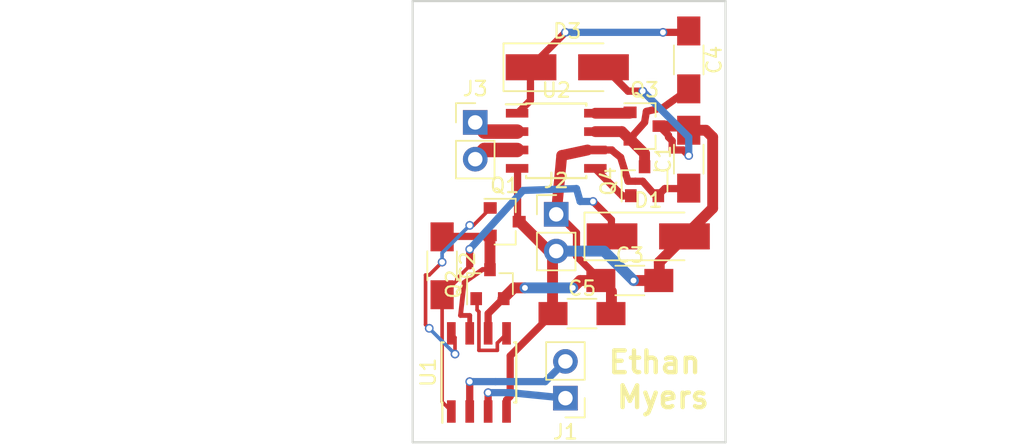
<source format=kicad_pcb>
(kicad_pcb (version 4) (host pcbnew 4.0.6)

  (general
    (links 34)
    (no_connects 0)
    (area 136.547857 96.444999 207.368143 127.357)
    (thickness 1.6)
    (drawings 5)
    (tracks 187)
    (zones 0)
    (modules 16)
    (nets 15)
  )

  (page A4)
  (layers
    (0 F.Cu signal)
    (31 B.Cu signal)
    (32 B.Adhes user)
    (33 F.Adhes user)
    (34 B.Paste user)
    (35 F.Paste user)
    (36 B.SilkS user)
    (37 F.SilkS user)
    (38 B.Mask user)
    (39 F.Mask user)
    (40 Dwgs.User user)
    (41 Cmts.User user)
    (42 Eco1.User user)
    (43 Eco2.User user)
    (44 Edge.Cuts user)
    (45 Margin user)
    (46 B.CrtYd user)
    (47 F.CrtYd user)
    (48 B.Fab user)
    (49 F.Fab user)
  )

  (setup
    (last_trace_width 0.25)
    (user_trace_width 0.3333)
    (user_trace_width 0.5)
    (user_trace_width 0.75)
    (user_trace_width 1)
    (trace_clearance 0.2)
    (zone_clearance 0.508)
    (zone_45_only no)
    (trace_min 0.2)
    (segment_width 0.2)
    (edge_width 0.15)
    (via_size 0.6)
    (via_drill 0.4)
    (via_min_size 0.4)
    (via_min_drill 0.3)
    (user_via 0.8 0.6)
    (user_via 1 0.8)
    (uvia_size 0.3)
    (uvia_drill 0.1)
    (uvias_allowed no)
    (uvia_min_size 0.2)
    (uvia_min_drill 0.1)
    (pcb_text_width 0.3)
    (pcb_text_size 1.5 1.5)
    (mod_edge_width 0.15)
    (mod_text_size 1 1)
    (mod_text_width 0.15)
    (pad_size 1.524 1.524)
    (pad_drill 0.762)
    (pad_to_mask_clearance 0.2)
    (aux_axis_origin 0 0)
    (visible_elements 7FFFFFFF)
    (pcbplotparams
      (layerselection 0x00030_80000001)
      (usegerberextensions false)
      (excludeedgelayer true)
      (linewidth 0.100000)
      (plotframeref false)
      (viasonmask false)
      (mode 1)
      (useauxorigin false)
      (hpglpennumber 1)
      (hpglpenspeed 20)
      (hpglpendiameter 15)
      (hpglpenoverlay 2)
      (psnegative false)
      (psa4output false)
      (plotreference true)
      (plotvalue true)
      (plotinvisibletext false)
      (padsonsilk false)
      (subtractmaskfromsilk false)
      (outputformat 1)
      (mirror false)
      (drillshape 1)
      (scaleselection 1)
      (outputdirectory ""))
  )

  (net 0 "")
  (net 1 "Net-(C1-Pad1)")
  (net 2 "Net-(C1-Pad2)")
  (net 3 "Net-(C2-Pad1)")
  (net 4 "Net-(C2-Pad2)")
  (net 5 "Net-(C4-Pad1)")
  (net 6 "Net-(C4-Pad2)")
  (net 7 "Net-(J1-Pad1)")
  (net 8 "Net-(J1-Pad2)")
  (net 9 "Net-(J3-Pad1)")
  (net 10 "Net-(J3-Pad2)")
  (net 11 "Net-(Q1-Pad1)")
  (net 12 "Net-(Q2-Pad1)")
  (net 13 "Net-(Q3-Pad1)")
  (net 14 "Net-(Q4-Pad1)")

  (net_class Default "This is the default net class."
    (clearance 0.2)
    (trace_width 0.25)
    (via_dia 0.6)
    (via_drill 0.4)
    (uvia_dia 0.3)
    (uvia_drill 0.1)
    (add_net "Net-(C1-Pad1)")
    (add_net "Net-(C1-Pad2)")
    (add_net "Net-(C2-Pad1)")
    (add_net "Net-(C2-Pad2)")
    (add_net "Net-(C4-Pad1)")
    (add_net "Net-(C4-Pad2)")
    (add_net "Net-(J1-Pad1)")
    (add_net "Net-(J1-Pad2)")
    (add_net "Net-(J3-Pad1)")
    (add_net "Net-(J3-Pad2)")
    (add_net "Net-(Q1-Pad1)")
    (add_net "Net-(Q2-Pad1)")
    (add_net "Net-(Q3-Pad1)")
    (add_net "Net-(Q4-Pad1)")
  )

  (module Capacitors_SMD:C_1206_HandSoldering (layer F.Cu) (tedit 58AA84D1) (tstamp 59556598)
    (at 184.15 107.442 90)
    (descr "Capacitor SMD 1206, hand soldering")
    (tags "capacitor 1206")
    (path /59545777)
    (attr smd)
    (fp_text reference C1 (at 0 -1.75 90) (layer F.SilkS)
      (effects (font (size 1 1) (thickness 0.15)))
    )
    (fp_text value C (at 0 2 90) (layer F.Fab)
      (effects (font (size 1 1) (thickness 0.15)))
    )
    (fp_text user %R (at 0 -1.75 90) (layer F.Fab)
      (effects (font (size 1 1) (thickness 0.15)))
    )
    (fp_line (start -1.6 0.8) (end -1.6 -0.8) (layer F.Fab) (width 0.1))
    (fp_line (start 1.6 0.8) (end -1.6 0.8) (layer F.Fab) (width 0.1))
    (fp_line (start 1.6 -0.8) (end 1.6 0.8) (layer F.Fab) (width 0.1))
    (fp_line (start -1.6 -0.8) (end 1.6 -0.8) (layer F.Fab) (width 0.1))
    (fp_line (start 1 -1.02) (end -1 -1.02) (layer F.SilkS) (width 0.12))
    (fp_line (start -1 1.02) (end 1 1.02) (layer F.SilkS) (width 0.12))
    (fp_line (start -3.25 -1.05) (end 3.25 -1.05) (layer F.CrtYd) (width 0.05))
    (fp_line (start -3.25 -1.05) (end -3.25 1.05) (layer F.CrtYd) (width 0.05))
    (fp_line (start 3.25 1.05) (end 3.25 -1.05) (layer F.CrtYd) (width 0.05))
    (fp_line (start 3.25 1.05) (end -3.25 1.05) (layer F.CrtYd) (width 0.05))
    (pad 1 smd rect (at -2 0 90) (size 2 1.6) (layers F.Cu F.Paste F.Mask)
      (net 1 "Net-(C1-Pad1)"))
    (pad 2 smd rect (at 2 0 90) (size 2 1.6) (layers F.Cu F.Paste F.Mask)
      (net 2 "Net-(C1-Pad2)"))
    (model Capacitors_SMD.3dshapes/C_1206.wrl
      (at (xyz 0 0 0))
      (scale (xyz 1 1 1))
      (rotate (xyz 0 0 0))
    )
  )

  (module Capacitors_SMD:C_1206_HandSoldering (layer F.Cu) (tedit 59557181) (tstamp 5955659E)
    (at 167.132 114.808 270)
    (descr "Capacitor SMD 1206, hand soldering")
    (tags "capacitor 1206")
    (path /59541CE4)
    (attr smd)
    (fp_text reference C2 (at 0 -1.75 270) (layer F.SilkS)
      (effects (font (size 1 1) (thickness 0.15)))
    )
    (fp_text value C (at -3.429 13.081 270) (layer F.Fab)
      (effects (font (size 1 1) (thickness 0.15)))
    )
    (fp_text user %R (at 0 -1.75 270) (layer F.Fab)
      (effects (font (size 1 1) (thickness 0.15)))
    )
    (fp_line (start -1.6 0.8) (end -1.6 -0.8) (layer F.Fab) (width 0.1))
    (fp_line (start 1.6 0.8) (end -1.6 0.8) (layer F.Fab) (width 0.1))
    (fp_line (start 1.6 -0.8) (end 1.6 0.8) (layer F.Fab) (width 0.1))
    (fp_line (start -1.6 -0.8) (end 1.6 -0.8) (layer F.Fab) (width 0.1))
    (fp_line (start 1 -1.02) (end -1 -1.02) (layer F.SilkS) (width 0.12))
    (fp_line (start -1 1.02) (end 1 1.02) (layer F.SilkS) (width 0.12))
    (fp_line (start -3.25 -1.05) (end 3.25 -1.05) (layer F.CrtYd) (width 0.05))
    (fp_line (start -3.25 -1.05) (end -3.25 1.05) (layer F.CrtYd) (width 0.05))
    (fp_line (start 3.25 1.05) (end 3.25 -1.05) (layer F.CrtYd) (width 0.05))
    (fp_line (start 3.25 1.05) (end -3.25 1.05) (layer F.CrtYd) (width 0.05))
    (pad 1 smd rect (at -2 0 270) (size 2 1.6) (layers F.Cu F.Paste F.Mask)
      (net 3 "Net-(C2-Pad1)"))
    (pad 2 smd rect (at 2 0 270) (size 2 1.6) (layers F.Cu F.Paste F.Mask)
      (net 4 "Net-(C2-Pad2)"))
    (model Capacitors_SMD.3dshapes/C_1206.wrl
      (at (xyz 0 0 0))
      (scale (xyz 1 1 1))
      (rotate (xyz 0 0 0))
    )
  )

  (module Capacitors_SMD:C_1206_HandSoldering (layer F.Cu) (tedit 58AA84D1) (tstamp 595565A4)
    (at 180.086 115.824)
    (descr "Capacitor SMD 1206, hand soldering")
    (tags "capacitor 1206")
    (path /59541CAD)
    (attr smd)
    (fp_text reference C3 (at 0 -1.75) (layer F.SilkS)
      (effects (font (size 1 1) (thickness 0.15)))
    )
    (fp_text value C (at 0 2) (layer F.Fab)
      (effects (font (size 1 1) (thickness 0.15)))
    )
    (fp_text user %R (at 0 -1.75) (layer F.Fab)
      (effects (font (size 1 1) (thickness 0.15)))
    )
    (fp_line (start -1.6 0.8) (end -1.6 -0.8) (layer F.Fab) (width 0.1))
    (fp_line (start 1.6 0.8) (end -1.6 0.8) (layer F.Fab) (width 0.1))
    (fp_line (start 1.6 -0.8) (end 1.6 0.8) (layer F.Fab) (width 0.1))
    (fp_line (start -1.6 -0.8) (end 1.6 -0.8) (layer F.Fab) (width 0.1))
    (fp_line (start 1 -1.02) (end -1 -1.02) (layer F.SilkS) (width 0.12))
    (fp_line (start -1 1.02) (end 1 1.02) (layer F.SilkS) (width 0.12))
    (fp_line (start -3.25 -1.05) (end 3.25 -1.05) (layer F.CrtYd) (width 0.05))
    (fp_line (start -3.25 -1.05) (end -3.25 1.05) (layer F.CrtYd) (width 0.05))
    (fp_line (start 3.25 1.05) (end 3.25 -1.05) (layer F.CrtYd) (width 0.05))
    (fp_line (start 3.25 1.05) (end -3.25 1.05) (layer F.CrtYd) (width 0.05))
    (pad 1 smd rect (at -2 0) (size 2 1.6) (layers F.Cu F.Paste F.Mask)
      (net 1 "Net-(C1-Pad1)"))
    (pad 2 smd rect (at 2 0) (size 2 1.6) (layers F.Cu F.Paste F.Mask)
      (net 2 "Net-(C1-Pad2)"))
    (model Capacitors_SMD.3dshapes/C_1206.wrl
      (at (xyz 0 0 0))
      (scale (xyz 1 1 1))
      (rotate (xyz 0 0 0))
    )
  )

  (module Capacitors_SMD:C_1206_HandSoldering (layer F.Cu) (tedit 58AA84D1) (tstamp 595565AA)
    (at 184.15 100.584 270)
    (descr "Capacitor SMD 1206, hand soldering")
    (tags "capacitor 1206")
    (path /5954B9EE)
    (attr smd)
    (fp_text reference C4 (at 0 -1.75 270) (layer F.SilkS)
      (effects (font (size 1 1) (thickness 0.15)))
    )
    (fp_text value C (at 0 2 270) (layer F.Fab)
      (effects (font (size 1 1) (thickness 0.15)))
    )
    (fp_text user %R (at 0 -1.75 270) (layer F.Fab)
      (effects (font (size 1 1) (thickness 0.15)))
    )
    (fp_line (start -1.6 0.8) (end -1.6 -0.8) (layer F.Fab) (width 0.1))
    (fp_line (start 1.6 0.8) (end -1.6 0.8) (layer F.Fab) (width 0.1))
    (fp_line (start 1.6 -0.8) (end 1.6 0.8) (layer F.Fab) (width 0.1))
    (fp_line (start -1.6 -0.8) (end 1.6 -0.8) (layer F.Fab) (width 0.1))
    (fp_line (start 1 -1.02) (end -1 -1.02) (layer F.SilkS) (width 0.12))
    (fp_line (start -1 1.02) (end 1 1.02) (layer F.SilkS) (width 0.12))
    (fp_line (start -3.25 -1.05) (end 3.25 -1.05) (layer F.CrtYd) (width 0.05))
    (fp_line (start -3.25 -1.05) (end -3.25 1.05) (layer F.CrtYd) (width 0.05))
    (fp_line (start 3.25 1.05) (end 3.25 -1.05) (layer F.CrtYd) (width 0.05))
    (fp_line (start 3.25 1.05) (end -3.25 1.05) (layer F.CrtYd) (width 0.05))
    (pad 1 smd rect (at -2 0 270) (size 2 1.6) (layers F.Cu F.Paste F.Mask)
      (net 5 "Net-(C4-Pad1)"))
    (pad 2 smd rect (at 2 0 270) (size 2 1.6) (layers F.Cu F.Paste F.Mask)
      (net 6 "Net-(C4-Pad2)"))
    (model Capacitors_SMD.3dshapes/C_1206.wrl
      (at (xyz 0 0 0))
      (scale (xyz 1 1 1))
      (rotate (xyz 0 0 0))
    )
  )

  (module Capacitors_SMD:C_1206_HandSoldering (layer F.Cu) (tedit 58AA84D1) (tstamp 595565B0)
    (at 176.784 118.11)
    (descr "Capacitor SMD 1206, hand soldering")
    (tags "capacitor 1206")
    (path /5954CF24)
    (attr smd)
    (fp_text reference C5 (at 0 -1.75) (layer F.SilkS)
      (effects (font (size 1 1) (thickness 0.15)))
    )
    (fp_text value C (at 0 2) (layer F.Fab)
      (effects (font (size 1 1) (thickness 0.15)))
    )
    (fp_text user %R (at 0 -1.75) (layer F.Fab)
      (effects (font (size 1 1) (thickness 0.15)))
    )
    (fp_line (start -1.6 0.8) (end -1.6 -0.8) (layer F.Fab) (width 0.1))
    (fp_line (start 1.6 0.8) (end -1.6 0.8) (layer F.Fab) (width 0.1))
    (fp_line (start 1.6 -0.8) (end 1.6 0.8) (layer F.Fab) (width 0.1))
    (fp_line (start -1.6 -0.8) (end 1.6 -0.8) (layer F.Fab) (width 0.1))
    (fp_line (start 1 -1.02) (end -1 -1.02) (layer F.SilkS) (width 0.12))
    (fp_line (start -1 1.02) (end 1 1.02) (layer F.SilkS) (width 0.12))
    (fp_line (start -3.25 -1.05) (end 3.25 -1.05) (layer F.CrtYd) (width 0.05))
    (fp_line (start -3.25 -1.05) (end -3.25 1.05) (layer F.CrtYd) (width 0.05))
    (fp_line (start 3.25 1.05) (end 3.25 -1.05) (layer F.CrtYd) (width 0.05))
    (fp_line (start 3.25 1.05) (end -3.25 1.05) (layer F.CrtYd) (width 0.05))
    (pad 1 smd rect (at -2 0) (size 2 1.6) (layers F.Cu F.Paste F.Mask)
      (net 2 "Net-(C1-Pad2)"))
    (pad 2 smd rect (at 2 0) (size 2 1.6) (layers F.Cu F.Paste F.Mask)
      (net 1 "Net-(C1-Pad1)"))
    (model Capacitors_SMD.3dshapes/C_1206.wrl
      (at (xyz 0 0 0))
      (scale (xyz 1 1 1))
      (rotate (xyz 0 0 0))
    )
  )

  (module Diodes_SMD:D_SMA_Handsoldering (layer F.Cu) (tedit 59556C42) (tstamp 595565B6)
    (at 181.356 112.776)
    (descr "Diode SMA (DO-214AC) Handsoldering")
    (tags "Diode SMA (DO-214AC) Handsoldering")
    (path /59542A38)
    (attr smd)
    (fp_text reference D1 (at 0 -2.5) (layer F.SilkS)
      (effects (font (size 1 1) (thickness 0.15)))
    )
    (fp_text value D_Schottky (at 7.874 2.794) (layer F.Fab)
      (effects (font (size 1 1) (thickness 0.15)))
    )
    (fp_text user %R (at 0 -2.5) (layer F.Fab)
      (effects (font (size 1 1) (thickness 0.15)))
    )
    (fp_line (start -4.4 -1.65) (end -4.4 1.65) (layer F.SilkS) (width 0.12))
    (fp_line (start 2.3 1.5) (end -2.3 1.5) (layer F.Fab) (width 0.1))
    (fp_line (start -2.3 1.5) (end -2.3 -1.5) (layer F.Fab) (width 0.1))
    (fp_line (start 2.3 -1.5) (end 2.3 1.5) (layer F.Fab) (width 0.1))
    (fp_line (start 2.3 -1.5) (end -2.3 -1.5) (layer F.Fab) (width 0.1))
    (fp_line (start -4.5 -1.75) (end 4.5 -1.75) (layer F.CrtYd) (width 0.05))
    (fp_line (start 4.5 -1.75) (end 4.5 1.75) (layer F.CrtYd) (width 0.05))
    (fp_line (start 4.5 1.75) (end -4.5 1.75) (layer F.CrtYd) (width 0.05))
    (fp_line (start -4.5 1.75) (end -4.5 -1.75) (layer F.CrtYd) (width 0.05))
    (fp_line (start -0.64944 0.00102) (end -1.55114 0.00102) (layer F.Fab) (width 0.1))
    (fp_line (start 0.50118 0.00102) (end 1.4994 0.00102) (layer F.Fab) (width 0.1))
    (fp_line (start -0.64944 -0.79908) (end -0.64944 0.80112) (layer F.Fab) (width 0.1))
    (fp_line (start 0.50118 0.75032) (end 0.50118 -0.79908) (layer F.Fab) (width 0.1))
    (fp_line (start -0.64944 0.00102) (end 0.50118 0.75032) (layer F.Fab) (width 0.1))
    (fp_line (start -0.64944 0.00102) (end 0.50118 -0.79908) (layer F.Fab) (width 0.1))
    (fp_line (start -4.4 1.65) (end 2.5 1.65) (layer F.SilkS) (width 0.12))
    (fp_line (start -4.4 -1.65) (end 2.5 -1.65) (layer F.SilkS) (width 0.12))
    (pad 1 smd rect (at -2.5 0) (size 3.5 1.8) (layers F.Cu F.Paste F.Mask)
      (net 4 "Net-(C2-Pad2)"))
    (pad 2 smd rect (at 2.5 0) (size 3.5 1.8) (layers F.Cu F.Paste F.Mask)
      (net 2 "Net-(C1-Pad2)"))
    (model ${KISYS3DMOD}/Diodes_SMD.3dshapes/D_SMA.wrl
      (at (xyz 0 0 0))
      (scale (xyz 1 1 1))
      (rotate (xyz 0 0 0))
    )
  )

  (module Diodes_SMD:D_SMA_Handsoldering (layer F.Cu) (tedit 59557176) (tstamp 595565BC)
    (at 175.768 101.092)
    (descr "Diode SMA (DO-214AC) Handsoldering")
    (tags "Diode SMA (DO-214AC) Handsoldering")
    (path /5954B654)
    (attr smd)
    (fp_text reference D3 (at 0 -2.5) (layer F.SilkS)
      (effects (font (size 1 1) (thickness 0.15)))
    )
    (fp_text value D_Schottky (at 24.384 0.381) (layer F.Fab)
      (effects (font (size 1 1) (thickness 0.15)))
    )
    (fp_text user %R (at 0 -2.5) (layer F.Fab)
      (effects (font (size 1 1) (thickness 0.15)))
    )
    (fp_line (start -4.4 -1.65) (end -4.4 1.65) (layer F.SilkS) (width 0.12))
    (fp_line (start 2.3 1.5) (end -2.3 1.5) (layer F.Fab) (width 0.1))
    (fp_line (start -2.3 1.5) (end -2.3 -1.5) (layer F.Fab) (width 0.1))
    (fp_line (start 2.3 -1.5) (end 2.3 1.5) (layer F.Fab) (width 0.1))
    (fp_line (start 2.3 -1.5) (end -2.3 -1.5) (layer F.Fab) (width 0.1))
    (fp_line (start -4.5 -1.75) (end 4.5 -1.75) (layer F.CrtYd) (width 0.05))
    (fp_line (start 4.5 -1.75) (end 4.5 1.75) (layer F.CrtYd) (width 0.05))
    (fp_line (start 4.5 1.75) (end -4.5 1.75) (layer F.CrtYd) (width 0.05))
    (fp_line (start -4.5 1.75) (end -4.5 -1.75) (layer F.CrtYd) (width 0.05))
    (fp_line (start -0.64944 0.00102) (end -1.55114 0.00102) (layer F.Fab) (width 0.1))
    (fp_line (start 0.50118 0.00102) (end 1.4994 0.00102) (layer F.Fab) (width 0.1))
    (fp_line (start -0.64944 -0.79908) (end -0.64944 0.80112) (layer F.Fab) (width 0.1))
    (fp_line (start 0.50118 0.75032) (end 0.50118 -0.79908) (layer F.Fab) (width 0.1))
    (fp_line (start -0.64944 0.00102) (end 0.50118 0.75032) (layer F.Fab) (width 0.1))
    (fp_line (start -0.64944 0.00102) (end 0.50118 -0.79908) (layer F.Fab) (width 0.1))
    (fp_line (start -4.4 1.65) (end 2.5 1.65) (layer F.SilkS) (width 0.12))
    (fp_line (start -4.4 -1.65) (end 2.5 -1.65) (layer F.SilkS) (width 0.12))
    (pad 1 smd rect (at -2.5 0) (size 3.5 1.8) (layers F.Cu F.Paste F.Mask)
      (net 5 "Net-(C4-Pad1)"))
    (pad 2 smd rect (at 2.5 0) (size 3.5 1.8) (layers F.Cu F.Paste F.Mask)
      (net 2 "Net-(C1-Pad2)"))
    (model ${KISYS3DMOD}/Diodes_SMD.3dshapes/D_SMA.wrl
      (at (xyz 0 0 0))
      (scale (xyz 1 1 1))
      (rotate (xyz 0 0 0))
    )
  )

  (module Pin_Headers:Pin_Header_Straight_1x02_Pitch2.54mm (layer F.Cu) (tedit 59556AE4) (tstamp 595565C2)
    (at 175.641 123.952 180)
    (descr "Through hole straight pin header, 1x02, 2.54mm pitch, single row")
    (tags "Through hole pin header THT 1x02 2.54mm single row")
    (path /5954317B)
    (fp_text reference J1 (at 0 -2.33 180) (layer F.SilkS)
      (effects (font (size 1 1) (thickness 0.15)))
    )
    (fp_text value CONN_01X02 (at 22.352 5.207 180) (layer F.Fab)
      (effects (font (size 1 1) (thickness 0.15)))
    )
    (fp_line (start -1.27 -1.27) (end -1.27 3.81) (layer F.Fab) (width 0.1))
    (fp_line (start -1.27 3.81) (end 1.27 3.81) (layer F.Fab) (width 0.1))
    (fp_line (start 1.27 3.81) (end 1.27 -1.27) (layer F.Fab) (width 0.1))
    (fp_line (start 1.27 -1.27) (end -1.27 -1.27) (layer F.Fab) (width 0.1))
    (fp_line (start -1.33 1.27) (end -1.33 3.87) (layer F.SilkS) (width 0.12))
    (fp_line (start -1.33 3.87) (end 1.33 3.87) (layer F.SilkS) (width 0.12))
    (fp_line (start 1.33 3.87) (end 1.33 1.27) (layer F.SilkS) (width 0.12))
    (fp_line (start 1.33 1.27) (end -1.33 1.27) (layer F.SilkS) (width 0.12))
    (fp_line (start -1.33 0) (end -1.33 -1.33) (layer F.SilkS) (width 0.12))
    (fp_line (start -1.33 -1.33) (end 0 -1.33) (layer F.SilkS) (width 0.12))
    (fp_line (start -1.8 -1.8) (end -1.8 4.35) (layer F.CrtYd) (width 0.05))
    (fp_line (start -1.8 4.35) (end 1.8 4.35) (layer F.CrtYd) (width 0.05))
    (fp_line (start 1.8 4.35) (end 1.8 -1.8) (layer F.CrtYd) (width 0.05))
    (fp_line (start 1.8 -1.8) (end -1.8 -1.8) (layer F.CrtYd) (width 0.05))
    (fp_text user %R (at 0 -2.33 180) (layer F.Fab)
      (effects (font (size 1 1) (thickness 0.15)))
    )
    (pad 1 thru_hole rect (at 0 0 180) (size 1.7 1.7) (drill 1) (layers *.Cu *.Mask)
      (net 7 "Net-(J1-Pad1)"))
    (pad 2 thru_hole oval (at 0 2.54 180) (size 1.7 1.7) (drill 1) (layers *.Cu *.Mask)
      (net 8 "Net-(J1-Pad2)"))
    (model ${KISYS3DMOD}/Pin_Headers.3dshapes/Pin_Header_Straight_1x02_Pitch2.54mm.wrl
      (at (xyz 0 -0.05 0))
      (scale (xyz 1 1 1))
      (rotate (xyz 0 0 90))
    )
  )

  (module Pin_Headers:Pin_Header_Straight_1x02_Pitch2.54mm (layer F.Cu) (tedit 59556AD4) (tstamp 595565C8)
    (at 175.006 111.252)
    (descr "Through hole straight pin header, 1x02, 2.54mm pitch, single row")
    (tags "Through hole pin header THT 1x02 2.54mm single row")
    (path /59541F54)
    (fp_text reference J2 (at 0 -2.33) (layer F.SilkS)
      (effects (font (size 1 1) (thickness 0.15)))
    )
    (fp_text value Screw_Terminal_1x02 (at -21.717 5.588) (layer F.Fab)
      (effects (font (size 1 1) (thickness 0.15)))
    )
    (fp_line (start -1.27 -1.27) (end -1.27 3.81) (layer F.Fab) (width 0.1))
    (fp_line (start -1.27 3.81) (end 1.27 3.81) (layer F.Fab) (width 0.1))
    (fp_line (start 1.27 3.81) (end 1.27 -1.27) (layer F.Fab) (width 0.1))
    (fp_line (start 1.27 -1.27) (end -1.27 -1.27) (layer F.Fab) (width 0.1))
    (fp_line (start -1.33 1.27) (end -1.33 3.87) (layer F.SilkS) (width 0.12))
    (fp_line (start -1.33 3.87) (end 1.33 3.87) (layer F.SilkS) (width 0.12))
    (fp_line (start 1.33 3.87) (end 1.33 1.27) (layer F.SilkS) (width 0.12))
    (fp_line (start 1.33 1.27) (end -1.33 1.27) (layer F.SilkS) (width 0.12))
    (fp_line (start -1.33 0) (end -1.33 -1.33) (layer F.SilkS) (width 0.12))
    (fp_line (start -1.33 -1.33) (end 0 -1.33) (layer F.SilkS) (width 0.12))
    (fp_line (start -1.8 -1.8) (end -1.8 4.35) (layer F.CrtYd) (width 0.05))
    (fp_line (start -1.8 4.35) (end 1.8 4.35) (layer F.CrtYd) (width 0.05))
    (fp_line (start 1.8 4.35) (end 1.8 -1.8) (layer F.CrtYd) (width 0.05))
    (fp_line (start 1.8 -1.8) (end -1.8 -1.8) (layer F.CrtYd) (width 0.05))
    (fp_text user %R (at 0 -2.33) (layer F.Fab)
      (effects (font (size 1 1) (thickness 0.15)))
    )
    (pad 1 thru_hole rect (at 0 0) (size 1.7 1.7) (drill 1) (layers *.Cu *.Mask)
      (net 1 "Net-(C1-Pad1)"))
    (pad 2 thru_hole oval (at 0 2.54) (size 1.7 1.7) (drill 1) (layers *.Cu *.Mask)
      (net 2 "Net-(C1-Pad2)"))
    (model ${KISYS3DMOD}/Pin_Headers.3dshapes/Pin_Header_Straight_1x02_Pitch2.54mm.wrl
      (at (xyz 0 -0.05 0))
      (scale (xyz 1 1 1))
      (rotate (xyz 0 0 90))
    )
  )

  (module Pin_Headers:Pin_Header_Straight_1x02_Pitch2.54mm (layer F.Cu) (tedit 59556AFD) (tstamp 595565CE)
    (at 169.418 104.902)
    (descr "Through hole straight pin header, 1x02, 2.54mm pitch, single row")
    (tags "Through hole pin header THT 1x02 2.54mm single row")
    (path /5954C2D3)
    (fp_text reference J3 (at 0 -2.33) (layer F.SilkS)
      (effects (font (size 1 1) (thickness 0.15)))
    )
    (fp_text value CONN_01X02 (at -9.017 6.35) (layer F.Fab)
      (effects (font (size 1 1) (thickness 0.15)))
    )
    (fp_line (start -1.27 -1.27) (end -1.27 3.81) (layer F.Fab) (width 0.1))
    (fp_line (start -1.27 3.81) (end 1.27 3.81) (layer F.Fab) (width 0.1))
    (fp_line (start 1.27 3.81) (end 1.27 -1.27) (layer F.Fab) (width 0.1))
    (fp_line (start 1.27 -1.27) (end -1.27 -1.27) (layer F.Fab) (width 0.1))
    (fp_line (start -1.33 1.27) (end -1.33 3.87) (layer F.SilkS) (width 0.12))
    (fp_line (start -1.33 3.87) (end 1.33 3.87) (layer F.SilkS) (width 0.12))
    (fp_line (start 1.33 3.87) (end 1.33 1.27) (layer F.SilkS) (width 0.12))
    (fp_line (start 1.33 1.27) (end -1.33 1.27) (layer F.SilkS) (width 0.12))
    (fp_line (start -1.33 0) (end -1.33 -1.33) (layer F.SilkS) (width 0.12))
    (fp_line (start -1.33 -1.33) (end 0 -1.33) (layer F.SilkS) (width 0.12))
    (fp_line (start -1.8 -1.8) (end -1.8 4.35) (layer F.CrtYd) (width 0.05))
    (fp_line (start -1.8 4.35) (end 1.8 4.35) (layer F.CrtYd) (width 0.05))
    (fp_line (start 1.8 4.35) (end 1.8 -1.8) (layer F.CrtYd) (width 0.05))
    (fp_line (start 1.8 -1.8) (end -1.8 -1.8) (layer F.CrtYd) (width 0.05))
    (fp_text user %R (at 0 -2.33) (layer F.Fab)
      (effects (font (size 1 1) (thickness 0.15)))
    )
    (pad 1 thru_hole rect (at 0 0) (size 1.7 1.7) (drill 1) (layers *.Cu *.Mask)
      (net 9 "Net-(J3-Pad1)"))
    (pad 2 thru_hole oval (at 0 2.54) (size 1.7 1.7) (drill 1) (layers *.Cu *.Mask)
      (net 10 "Net-(J3-Pad2)"))
    (model ${KISYS3DMOD}/Pin_Headers.3dshapes/Pin_Header_Straight_1x02_Pitch2.54mm.wrl
      (at (xyz 0 -0.05 0))
      (scale (xyz 1 1 1))
      (rotate (xyz 0 0 90))
    )
  )

  (module TO_SOT_Packages_SMD:SOT-23 (layer F.Cu) (tedit 5955717C) (tstamp 595565D5)
    (at 171.45 111.76)
    (descr "SOT-23, Standard")
    (tags SOT-23)
    (path /5954180D)
    (attr smd)
    (fp_text reference Q1 (at 0 -2.5) (layer F.SilkS)
      (effects (font (size 1 1) (thickness 0.15)))
    )
    (fp_text value Q_NMOS_GSD (at -29.845 0.254) (layer F.Fab)
      (effects (font (size 1 1) (thickness 0.15)))
    )
    (fp_text user %R (at 0 0) (layer F.Fab)
      (effects (font (size 0.5 0.5) (thickness 0.075)))
    )
    (fp_line (start -0.7 -0.95) (end -0.7 1.5) (layer F.Fab) (width 0.1))
    (fp_line (start -0.15 -1.52) (end 0.7 -1.52) (layer F.Fab) (width 0.1))
    (fp_line (start -0.7 -0.95) (end -0.15 -1.52) (layer F.Fab) (width 0.1))
    (fp_line (start 0.7 -1.52) (end 0.7 1.52) (layer F.Fab) (width 0.1))
    (fp_line (start -0.7 1.52) (end 0.7 1.52) (layer F.Fab) (width 0.1))
    (fp_line (start 0.76 1.58) (end 0.76 0.65) (layer F.SilkS) (width 0.12))
    (fp_line (start 0.76 -1.58) (end 0.76 -0.65) (layer F.SilkS) (width 0.12))
    (fp_line (start -1.7 -1.75) (end 1.7 -1.75) (layer F.CrtYd) (width 0.05))
    (fp_line (start 1.7 -1.75) (end 1.7 1.75) (layer F.CrtYd) (width 0.05))
    (fp_line (start 1.7 1.75) (end -1.7 1.75) (layer F.CrtYd) (width 0.05))
    (fp_line (start -1.7 1.75) (end -1.7 -1.75) (layer F.CrtYd) (width 0.05))
    (fp_line (start 0.76 -1.58) (end -1.4 -1.58) (layer F.SilkS) (width 0.12))
    (fp_line (start 0.76 1.58) (end -0.7 1.58) (layer F.SilkS) (width 0.12))
    (pad 1 smd rect (at -1 -0.95) (size 0.9 0.8) (layers F.Cu F.Paste F.Mask)
      (net 11 "Net-(Q1-Pad1)"))
    (pad 2 smd rect (at -1 0.95) (size 0.9 0.8) (layers F.Cu F.Paste F.Mask)
      (net 3 "Net-(C2-Pad1)"))
    (pad 3 smd rect (at 1 0) (size 0.9 0.8) (layers F.Cu F.Paste F.Mask)
      (net 2 "Net-(C1-Pad2)"))
    (model ${KISYS3DMOD}/TO_SOT_Packages_SMD.3dshapes/SOT-23.wrl
      (at (xyz 0 0 0))
      (scale (xyz 1 1 1))
      (rotate (xyz 0 0 0))
    )
  )

  (module TO_SOT_Packages_SMD:SOT-23 (layer F.Cu) (tedit 5955717E) (tstamp 595565DC)
    (at 170.434 116.078 90)
    (descr "SOT-23, Standard")
    (tags SOT-23)
    (path /59541865)
    (attr smd)
    (fp_text reference Q2 (at 0 -2.5 90) (layer F.SilkS)
      (effects (font (size 1 1) (thickness 0.15)))
    )
    (fp_text value Q_NMOS_GSD (at 2.032 -26.543 180) (layer F.Fab)
      (effects (font (size 1 1) (thickness 0.15)))
    )
    (fp_text user %R (at 0 0 90) (layer F.Fab)
      (effects (font (size 0.5 0.5) (thickness 0.075)))
    )
    (fp_line (start -0.7 -0.95) (end -0.7 1.5) (layer F.Fab) (width 0.1))
    (fp_line (start -0.15 -1.52) (end 0.7 -1.52) (layer F.Fab) (width 0.1))
    (fp_line (start -0.7 -0.95) (end -0.15 -1.52) (layer F.Fab) (width 0.1))
    (fp_line (start 0.7 -1.52) (end 0.7 1.52) (layer F.Fab) (width 0.1))
    (fp_line (start -0.7 1.52) (end 0.7 1.52) (layer F.Fab) (width 0.1))
    (fp_line (start 0.76 1.58) (end 0.76 0.65) (layer F.SilkS) (width 0.12))
    (fp_line (start 0.76 -1.58) (end 0.76 -0.65) (layer F.SilkS) (width 0.12))
    (fp_line (start -1.7 -1.75) (end 1.7 -1.75) (layer F.CrtYd) (width 0.05))
    (fp_line (start 1.7 -1.75) (end 1.7 1.75) (layer F.CrtYd) (width 0.05))
    (fp_line (start 1.7 1.75) (end -1.7 1.75) (layer F.CrtYd) (width 0.05))
    (fp_line (start -1.7 1.75) (end -1.7 -1.75) (layer F.CrtYd) (width 0.05))
    (fp_line (start 0.76 -1.58) (end -1.4 -1.58) (layer F.SilkS) (width 0.12))
    (fp_line (start 0.76 1.58) (end -0.7 1.58) (layer F.SilkS) (width 0.12))
    (pad 1 smd rect (at -1 -0.95 90) (size 0.9 0.8) (layers F.Cu F.Paste F.Mask)
      (net 12 "Net-(Q2-Pad1)"))
    (pad 2 smd rect (at -1 0.95 90) (size 0.9 0.8) (layers F.Cu F.Paste F.Mask)
      (net 1 "Net-(C1-Pad1)"))
    (pad 3 smd rect (at 1 0 90) (size 0.9 0.8) (layers F.Cu F.Paste F.Mask)
      (net 3 "Net-(C2-Pad1)"))
    (model ${KISYS3DMOD}/TO_SOT_Packages_SMD.3dshapes/SOT-23.wrl
      (at (xyz 0 0 0))
      (scale (xyz 1 1 1))
      (rotate (xyz 0 0 0))
    )
  )

  (module TO_SOT_Packages_SMD:SOT-23 (layer F.Cu) (tedit 5955716B) (tstamp 595565E3)
    (at 181.102 105.156)
    (descr "SOT-23, Standard")
    (tags SOT-23)
    (path /5954188A)
    (attr smd)
    (fp_text reference Q3 (at 0 -2.5) (layer F.SilkS)
      (effects (font (size 1 1) (thickness 0.15)))
    )
    (fp_text value Q_NMOS_GSD (at 21.082 -1.143) (layer F.Fab)
      (effects (font (size 1 1) (thickness 0.15)))
    )
    (fp_text user %R (at 0 0) (layer F.Fab)
      (effects (font (size 0.5 0.5) (thickness 0.075)))
    )
    (fp_line (start -0.7 -0.95) (end -0.7 1.5) (layer F.Fab) (width 0.1))
    (fp_line (start -0.15 -1.52) (end 0.7 -1.52) (layer F.Fab) (width 0.1))
    (fp_line (start -0.7 -0.95) (end -0.15 -1.52) (layer F.Fab) (width 0.1))
    (fp_line (start 0.7 -1.52) (end 0.7 1.52) (layer F.Fab) (width 0.1))
    (fp_line (start -0.7 1.52) (end 0.7 1.52) (layer F.Fab) (width 0.1))
    (fp_line (start 0.76 1.58) (end 0.76 0.65) (layer F.SilkS) (width 0.12))
    (fp_line (start 0.76 -1.58) (end 0.76 -0.65) (layer F.SilkS) (width 0.12))
    (fp_line (start -1.7 -1.75) (end 1.7 -1.75) (layer F.CrtYd) (width 0.05))
    (fp_line (start 1.7 -1.75) (end 1.7 1.75) (layer F.CrtYd) (width 0.05))
    (fp_line (start 1.7 1.75) (end -1.7 1.75) (layer F.CrtYd) (width 0.05))
    (fp_line (start -1.7 1.75) (end -1.7 -1.75) (layer F.CrtYd) (width 0.05))
    (fp_line (start 0.76 -1.58) (end -1.4 -1.58) (layer F.SilkS) (width 0.12))
    (fp_line (start 0.76 1.58) (end -0.7 1.58) (layer F.SilkS) (width 0.12))
    (pad 1 smd rect (at -1 -0.95) (size 0.9 0.8) (layers F.Cu F.Paste F.Mask)
      (net 13 "Net-(Q3-Pad1)"))
    (pad 2 smd rect (at -1 0.95) (size 0.9 0.8) (layers F.Cu F.Paste F.Mask)
      (net 6 "Net-(C4-Pad2)"))
    (pad 3 smd rect (at 1 0) (size 0.9 0.8) (layers F.Cu F.Paste F.Mask)
      (net 2 "Net-(C1-Pad2)"))
    (model ${KISYS3DMOD}/TO_SOT_Packages_SMD.3dshapes/SOT-23.wrl
      (at (xyz 0 0 0))
      (scale (xyz 1 1 1))
      (rotate (xyz 0 0 0))
    )
  )

  (module TO_SOT_Packages_SMD:SOT-23 (layer F.Cu) (tedit 59557171) (tstamp 595565EA)
    (at 181.102 108.966 90)
    (descr "SOT-23, Standard")
    (tags SOT-23)
    (path /595418B0)
    (attr smd)
    (fp_text reference Q4 (at 0 -2.5 90) (layer F.SilkS)
      (effects (font (size 1 1) (thickness 0.15)))
    )
    (fp_text value Q_NMOS_GSD (at 3.556 21.209 180) (layer F.Fab)
      (effects (font (size 1 1) (thickness 0.15)))
    )
    (fp_text user %R (at 0 0 90) (layer F.Fab)
      (effects (font (size 0.5 0.5) (thickness 0.075)))
    )
    (fp_line (start -0.7 -0.95) (end -0.7 1.5) (layer F.Fab) (width 0.1))
    (fp_line (start -0.15 -1.52) (end 0.7 -1.52) (layer F.Fab) (width 0.1))
    (fp_line (start -0.7 -0.95) (end -0.15 -1.52) (layer F.Fab) (width 0.1))
    (fp_line (start 0.7 -1.52) (end 0.7 1.52) (layer F.Fab) (width 0.1))
    (fp_line (start -0.7 1.52) (end 0.7 1.52) (layer F.Fab) (width 0.1))
    (fp_line (start 0.76 1.58) (end 0.76 0.65) (layer F.SilkS) (width 0.12))
    (fp_line (start 0.76 -1.58) (end 0.76 -0.65) (layer F.SilkS) (width 0.12))
    (fp_line (start -1.7 -1.75) (end 1.7 -1.75) (layer F.CrtYd) (width 0.05))
    (fp_line (start 1.7 -1.75) (end 1.7 1.75) (layer F.CrtYd) (width 0.05))
    (fp_line (start 1.7 1.75) (end -1.7 1.75) (layer F.CrtYd) (width 0.05))
    (fp_line (start -1.7 1.75) (end -1.7 -1.75) (layer F.CrtYd) (width 0.05))
    (fp_line (start 0.76 -1.58) (end -1.4 -1.58) (layer F.SilkS) (width 0.12))
    (fp_line (start 0.76 1.58) (end -0.7 1.58) (layer F.SilkS) (width 0.12))
    (pad 1 smd rect (at -1 -0.95 90) (size 0.9 0.8) (layers F.Cu F.Paste F.Mask)
      (net 14 "Net-(Q4-Pad1)"))
    (pad 2 smd rect (at -1 0.95 90) (size 0.9 0.8) (layers F.Cu F.Paste F.Mask)
      (net 1 "Net-(C1-Pad1)"))
    (pad 3 smd rect (at 1 0 90) (size 0.9 0.8) (layers F.Cu F.Paste F.Mask)
      (net 6 "Net-(C4-Pad2)"))
    (model ${KISYS3DMOD}/TO_SOT_Packages_SMD.3dshapes/SOT-23.wrl
      (at (xyz 0 0 0))
      (scale (xyz 1 1 1))
      (rotate (xyz 0 0 0))
    )
  )

  (module Housings_SOIC:SOIC-8_3.9x4.9mm_Pitch1.27mm (layer F.Cu) (tedit 59557179) (tstamp 595565F6)
    (at 169.672 122.174 90)
    (descr "8-Lead Plastic Small Outline (SN) - Narrow, 3.90 mm Body [SOIC] (see Microchip Packaging Specification 00000049BS.pdf)")
    (tags "SOIC 1.27")
    (path /595522C7)
    (attr smd)
    (fp_text reference U1 (at 0 -3.5 90) (layer F.SilkS)
      (effects (font (size 1 1) (thickness 0.15)))
    )
    (fp_text value ADP3120A-D (at 10.922 -19.304 90) (layer F.Fab)
      (effects (font (size 1 1) (thickness 0.15)))
    )
    (fp_text user %R (at 0 0 90) (layer F.Fab)
      (effects (font (size 1 1) (thickness 0.15)))
    )
    (fp_line (start -0.95 -2.45) (end 1.95 -2.45) (layer F.Fab) (width 0.1))
    (fp_line (start 1.95 -2.45) (end 1.95 2.45) (layer F.Fab) (width 0.1))
    (fp_line (start 1.95 2.45) (end -1.95 2.45) (layer F.Fab) (width 0.1))
    (fp_line (start -1.95 2.45) (end -1.95 -1.45) (layer F.Fab) (width 0.1))
    (fp_line (start -1.95 -1.45) (end -0.95 -2.45) (layer F.Fab) (width 0.1))
    (fp_line (start -3.73 -2.7) (end -3.73 2.7) (layer F.CrtYd) (width 0.05))
    (fp_line (start 3.73 -2.7) (end 3.73 2.7) (layer F.CrtYd) (width 0.05))
    (fp_line (start -3.73 -2.7) (end 3.73 -2.7) (layer F.CrtYd) (width 0.05))
    (fp_line (start -3.73 2.7) (end 3.73 2.7) (layer F.CrtYd) (width 0.05))
    (fp_line (start -2.075 -2.575) (end -2.075 -2.525) (layer F.SilkS) (width 0.15))
    (fp_line (start 2.075 -2.575) (end 2.075 -2.43) (layer F.SilkS) (width 0.15))
    (fp_line (start 2.075 2.575) (end 2.075 2.43) (layer F.SilkS) (width 0.15))
    (fp_line (start -2.075 2.575) (end -2.075 2.43) (layer F.SilkS) (width 0.15))
    (fp_line (start -2.075 -2.575) (end 2.075 -2.575) (layer F.SilkS) (width 0.15))
    (fp_line (start -2.075 2.575) (end 2.075 2.575) (layer F.SilkS) (width 0.15))
    (fp_line (start -2.075 -2.525) (end -3.475 -2.525) (layer F.SilkS) (width 0.15))
    (pad 1 smd rect (at -2.7 -1.905 90) (size 1.55 0.6) (layers F.Cu F.Paste F.Mask)
      (net 4 "Net-(C2-Pad2)"))
    (pad 2 smd rect (at -2.7 -0.635 90) (size 1.55 0.6) (layers F.Cu F.Paste F.Mask)
      (net 8 "Net-(J1-Pad2)"))
    (pad 3 smd rect (at -2.7 0.635 90) (size 1.55 0.6) (layers F.Cu F.Paste F.Mask)
      (net 7 "Net-(J1-Pad1)"))
    (pad 4 smd rect (at -2.7 1.905 90) (size 1.55 0.6) (layers F.Cu F.Paste F.Mask)
      (net 2 "Net-(C1-Pad2)"))
    (pad 5 smd rect (at 2.7 1.905 90) (size 1.55 0.6) (layers F.Cu F.Paste F.Mask)
      (net 12 "Net-(Q2-Pad1)"))
    (pad 6 smd rect (at 2.7 0.635 90) (size 1.55 0.6) (layers F.Cu F.Paste F.Mask)
      (net 1 "Net-(C1-Pad1)"))
    (pad 7 smd rect (at 2.7 -0.635 90) (size 1.55 0.6) (layers F.Cu F.Paste F.Mask)
      (net 3 "Net-(C2-Pad1)"))
    (pad 8 smd rect (at 2.7 -1.905 90) (size 1.55 0.6) (layers F.Cu F.Paste F.Mask)
      (net 11 "Net-(Q1-Pad1)"))
    (model Housings_SOIC.3dshapes/SOIC-8_3.9x4.9mm_Pitch1.27mm.wrl
      (at (xyz 0 0 0))
      (scale (xyz 1 1 1))
      (rotate (xyz 0 0 0))
    )
  )

  (module Housings_SOIC:SOIC-8_3.9x4.9mm_Pitch1.27mm (layer F.Cu) (tedit 59556B03) (tstamp 59556602)
    (at 175.006 106.172)
    (descr "8-Lead Plastic Small Outline (SN) - Narrow, 3.90 mm Body [SOIC] (see Microchip Packaging Specification 00000049BS.pdf)")
    (tags "SOIC 1.27")
    (path /59547B6F)
    (attr smd)
    (fp_text reference U2 (at 0 -3.5) (layer F.SilkS)
      (effects (font (size 1 1) (thickness 0.15)))
    )
    (fp_text value ADP3120A-D (at -16.891 2.159) (layer F.Fab)
      (effects (font (size 1 1) (thickness 0.15)))
    )
    (fp_text user %R (at 0 0) (layer F.Fab)
      (effects (font (size 1 1) (thickness 0.15)))
    )
    (fp_line (start -0.95 -2.45) (end 1.95 -2.45) (layer F.Fab) (width 0.1))
    (fp_line (start 1.95 -2.45) (end 1.95 2.45) (layer F.Fab) (width 0.1))
    (fp_line (start 1.95 2.45) (end -1.95 2.45) (layer F.Fab) (width 0.1))
    (fp_line (start -1.95 2.45) (end -1.95 -1.45) (layer F.Fab) (width 0.1))
    (fp_line (start -1.95 -1.45) (end -0.95 -2.45) (layer F.Fab) (width 0.1))
    (fp_line (start -3.73 -2.7) (end -3.73 2.7) (layer F.CrtYd) (width 0.05))
    (fp_line (start 3.73 -2.7) (end 3.73 2.7) (layer F.CrtYd) (width 0.05))
    (fp_line (start -3.73 -2.7) (end 3.73 -2.7) (layer F.CrtYd) (width 0.05))
    (fp_line (start -3.73 2.7) (end 3.73 2.7) (layer F.CrtYd) (width 0.05))
    (fp_line (start -2.075 -2.575) (end -2.075 -2.525) (layer F.SilkS) (width 0.15))
    (fp_line (start 2.075 -2.575) (end 2.075 -2.43) (layer F.SilkS) (width 0.15))
    (fp_line (start 2.075 2.575) (end 2.075 2.43) (layer F.SilkS) (width 0.15))
    (fp_line (start -2.075 2.575) (end -2.075 2.43) (layer F.SilkS) (width 0.15))
    (fp_line (start -2.075 -2.575) (end 2.075 -2.575) (layer F.SilkS) (width 0.15))
    (fp_line (start -2.075 2.575) (end 2.075 2.575) (layer F.SilkS) (width 0.15))
    (fp_line (start -2.075 -2.525) (end -3.475 -2.525) (layer F.SilkS) (width 0.15))
    (pad 1 smd rect (at -2.7 -1.905) (size 1.55 0.6) (layers F.Cu F.Paste F.Mask)
      (net 5 "Net-(C4-Pad1)"))
    (pad 2 smd rect (at -2.7 -0.635) (size 1.55 0.6) (layers F.Cu F.Paste F.Mask)
      (net 9 "Net-(J3-Pad1)"))
    (pad 3 smd rect (at -2.7 0.635) (size 1.55 0.6) (layers F.Cu F.Paste F.Mask)
      (net 10 "Net-(J3-Pad2)"))
    (pad 4 smd rect (at -2.7 1.905) (size 1.55 0.6) (layers F.Cu F.Paste F.Mask)
      (net 2 "Net-(C1-Pad2)"))
    (pad 5 smd rect (at 2.7 1.905) (size 1.55 0.6) (layers F.Cu F.Paste F.Mask)
      (net 14 "Net-(Q4-Pad1)"))
    (pad 6 smd rect (at 2.7 0.635) (size 1.55 0.6) (layers F.Cu F.Paste F.Mask)
      (net 1 "Net-(C1-Pad1)"))
    (pad 7 smd rect (at 2.7 -0.635) (size 1.55 0.6) (layers F.Cu F.Paste F.Mask)
      (net 6 "Net-(C4-Pad2)"))
    (pad 8 smd rect (at 2.7 -1.905) (size 1.55 0.6) (layers F.Cu F.Paste F.Mask)
      (net 13 "Net-(Q3-Pad1)"))
    (model Housings_SOIC.3dshapes/SOIC-8_3.9x4.9mm_Pitch1.27mm.wrl
      (at (xyz 0 0 0))
      (scale (xyz 1 1 1))
      (rotate (xyz 0 0 0))
    )
  )

  (gr_text "Ethan \nMyers" (at 182.372 122.682) (layer F.SilkS)
    (effects (font (size 1.5 1.5) (thickness 0.3)))
  )
  (gr_line (start 165.1 127) (end 165.1 96.52) (angle 90) (layer Edge.Cuts) (width 0.15))
  (gr_line (start 186.69 127) (end 165.1 127) (angle 90) (layer Edge.Cuts) (width 0.15))
  (gr_line (start 186.69 96.52) (end 186.69 127) (angle 90) (layer Edge.Cuts) (width 0.15))
  (gr_line (start 165.1 96.52) (end 186.69 96.52) (angle 90) (layer Edge.Cuts) (width 0.15))

  (segment (start 181.864 109.982) (end 180.975 108.966) (width 0.5) (layer F.Cu) (net 1) (status 80000))
  (segment (start 178.849 106.807) (end 177.165 106.807) (width 0.5) (layer F.Cu) (net 1) (status 80000))
  (segment (start 178.816 106.807) (end 178.849 106.807) (width 0.5) (layer F.Cu) (net 1) (tstamp 595567F3) (status 80000))
  (segment (start 180.975 108.966) (end 180.467 108.966) (width 0.5) (layer F.Cu) (net 1) (status 80000))
  (segment (start 180.467 108.966) (end 179.959 108.966) (width 0.5) (layer F.Cu) (net 1) (status 80000))
  (segment (start 179.959 108.966) (end 179.451 107.315) (width 0.5) (layer F.Cu) (net 1) (status 80000))
  (segment (start 179.451 107.315) (end 178.816 106.807) (width 0.5) (layer F.Cu) (net 1) (status 80000))
  (segment (start 175.006 111.252) (end 175.133 111.252) (width 0.5) (layer F.Cu) (net 1))
  (segment (start 175.133 111.252) (end 176.403 112.522) (width 0.5) (layer F.Cu) (net 1) (tstamp 59556BAE))
  (segment (start 176.403 114.141) (end 178.086 115.824) (width 0.5) (layer F.Cu) (net 1) (tstamp 59556BC1))
  (segment (start 176.403 112.522) (end 176.403 114.141) (width 0.5) (layer F.Cu) (net 1) (tstamp 59556BB3))
  (segment (start 182.052 109.966) (end 181.991 109.982) (width 0.25) (layer F.Cu) (net 1) (status 80000))
  (segment (start 181.991 109.982) (end 181.864 109.982) (width 0.25) (layer F.Cu) (net 1) (status 80000))
  (segment (start 178.054 115.443) (end 178.054 115.824) (width 0.25) (layer F.Cu) (net 1) (status 80000))
  (segment (start 178.054 115.824) (end 178.086 115.824) (width 0.25) (layer F.Cu) (net 1) (tstamp 595567F1) (status 80000))
  (segment (start 177.165 106.807) (end 175.387 107.188) (width 0.75) (layer F.Cu) (net 1) (status 80000))
  (segment (start 175.387 107.188) (end 175.006 111.252) (width 0.75) (layer F.Cu) (net 1) (status 80000))
  (segment (start 178.086 115.824) (end 176.657 115.824) (width 0.75) (layer F.Cu) (net 1) (status 80000))
  (segment (start 172.085 116.332) (end 171.323 117.094) (width 0.75) (layer F.Cu) (net 1) (status 80000))
  (segment (start 172.847 116.332) (end 172.085 116.332) (width 0.75) (layer F.Cu) (net 1) (status 80000))
  (via (at 172.847 116.332) (size 0.6) (drill 0.4) (layers F.Cu B.Cu) (net 1) (status 80000))
  (segment (start 176.149 116.332) (end 172.847 116.332) (width 0.75) (layer B.Cu) (net 1) (status 80000))
  (via (at 176.149 116.332) (size 0.6) (drill 0.4) (layers F.Cu B.Cu) (net 1) (status 80000))
  (segment (start 176.657 115.824) (end 176.149 116.332) (width 0.75) (layer F.Cu) (net 1) (status 80000))
  (segment (start 171.323 117.094) (end 171.384 117.078) (width 0.25) (layer F.Cu) (net 1) (tstamp 595567ED) (status 80000))
  (segment (start 171.384 117.078) (end 171.323 117.094) (width 0.25) (layer F.Cu) (net 1) (status 80000))
  (segment (start 171.323 117.094) (end 170.307 118.11) (width 0.5) (layer F.Cu) (net 1) (status 80000))
  (segment (start 170.307 118.11) (end 170.307 119.474) (width 0.5) (layer F.Cu) (net 1) (status 80000))
  (segment (start 178.086 115.824) (end 178.054 115.824) (width 0.25) (layer F.Cu) (net 1) (status 80000))
  (segment (start 178.054 115.824) (end 178.816 116.586) (width 0.25) (layer F.Cu) (net 1) (status 80000))
  (segment (start 178.816 116.586) (end 178.816 118.11) (width 0.75) (layer F.Cu) (net 1) (status 80000))
  (segment (start 178.816 118.11) (end 178.784 118.11) (width 0.25) (layer F.Cu) (net 1) (tstamp 595567E8) (status 80000))
  (segment (start 184.15 109.442) (end 184.15 109.474) (width 0.25) (layer F.Cu) (net 1) (status 80000))
  (segment (start 184.15 109.474) (end 182.499 109.474) (width 0.5) (layer F.Cu) (net 1) (status 80000))
  (segment (start 182.499 109.474) (end 181.991 109.982) (width 0.5) (layer F.Cu) (net 1) (status 80000))
  (segment (start 181.991 109.982) (end 182.052 109.966) (width 0.25) (layer F.Cu) (net 1) (tstamp 595567E5) (status 80000))
  (segment (start 184.15 105.442) (end 185.325 105.442) (width 0.75) (layer F.Cu) (net 2))
  (segment (start 185.801 110.831) (end 183.856 112.776) (width 0.75) (layer F.Cu) (net 2) (tstamp 59556A1E))
  (segment (start 185.801 105.918) (end 185.801 110.831) (width 0.75) (layer F.Cu) (net 2) (tstamp 59556A16))
  (segment (start 185.325 105.442) (end 185.801 105.918) (width 0.75) (layer F.Cu) (net 2) (tstamp 59556A0E))
  (segment (start 182.102 105.156) (end 183.864 105.156) (width 0.75) (layer F.Cu) (net 2))
  (segment (start 183.864 105.156) (end 184.15 105.442) (width 0.75) (layer F.Cu) (net 2) (tstamp 595569E8))
  (segment (start 183.864 105.156) (end 184.15 105.442) (width 0.5) (layer F.Cu) (net 2) (tstamp 5955694B))
  (segment (start 182.102 105.156) (end 182.118 105.156) (width 0.25) (layer F.Cu) (net 2) (status 80000))
  (segment (start 182.118 105.156) (end 182.753 105.791) (width 0.5) (layer F.Cu) (net 2) (status 80000))
  (segment (start 179.959 102.743) (end 178.308 101.092) (width 0.5) (layer F.Cu) (net 2) (status 80000))
  (segment (start 180.975 102.743) (end 179.959 102.743) (width 0.5) (layer F.Cu) (net 2) (status 80000))
  (via (at 180.975 102.743) (size 0.6) (drill 0.4) (layers F.Cu B.Cu) (net 2) (status 80000))
  (segment (start 184.15 105.918) (end 180.975 102.743) (width 0.5) (layer B.Cu) (net 2) (status 80000))
  (segment (start 184.15 107.188) (end 184.15 105.918) (width 0.5) (layer B.Cu) (net 2) (status 80000))
  (via (at 184.15 107.188) (size 0.6) (drill 0.4) (layers F.Cu B.Cu) (net 2) (status 80000))
  (segment (start 183.769 106.807) (end 184.15 107.188) (width 0.5) (layer F.Cu) (net 2) (status 80000))
  (segment (start 183.007 106.807) (end 183.769 106.807) (width 0.5) (layer F.Cu) (net 2) (status 80000))
  (segment (start 183.007 106.172) (end 183.007 106.807) (width 0.5) (layer F.Cu) (net 2) (status 80000))
  (segment (start 182.753 105.918) (end 183.007 106.172) (width 0.5) (layer F.Cu) (net 2) (status 80000))
  (segment (start 182.753 105.791) (end 182.753 105.918) (width 0.5) (layer F.Cu) (net 2) (status 80000))
  (segment (start 178.308 101.092) (end 178.268 101.092) (width 0.25) (layer F.Cu) (net 2) (tstamp 595567F6) (status 80000))
  (segment (start 174.784 118.11) (end 174.752 118.11) (width 0.25) (layer F.Cu) (net 2) (status 80000))
  (segment (start 174.752 118.11) (end 171.831 121.031) (width 0.5) (layer F.Cu) (net 2) (status 80000))
  (segment (start 171.577 124.079) (end 171.577 124.874) (width 0.5) (layer F.Cu) (net 2) (status 80000))
  (segment (start 171.831 123.825) (end 171.577 124.079) (width 0.5) (layer F.Cu) (net 2) (status 80000))
  (segment (start 171.831 121.031) (end 171.831 123.825) (width 0.5) (layer F.Cu) (net 2) (status 80000))
  (segment (start 182.086 115.824) (end 180.34 115.824) (width 0.75) (layer F.Cu) (net 2) (status 80000))
  (segment (start 178.308 113.792) (end 175.006 113.792) (width 0.75) (layer B.Cu) (net 2) (status 80000))
  (segment (start 180.34 115.824) (end 178.308 113.792) (width 0.75) (layer B.Cu) (net 2) (status 80000))
  (via (at 180.34 115.824) (size 0.6) (drill 0.4) (layers F.Cu B.Cu) (net 2) (status 80000))
  (segment (start 175.006 113.792) (end 174.498 113.792) (width 0.25) (layer F.Cu) (net 2) (status 80000))
  (segment (start 174.498 113.792) (end 172.466 111.76) (width 0.75) (layer F.Cu) (net 2) (status 80000))
  (segment (start 172.466 111.76) (end 172.45 111.76) (width 0.25) (layer F.Cu) (net 2) (tstamp 595567EF) (status 80000))
  (segment (start 183.856 112.776) (end 183.896 112.776) (width 0.25) (layer F.Cu) (net 2) (status 80000))
  (segment (start 183.896 112.776) (end 182.118 114.554) (width 0.75) (layer F.Cu) (net 2) (status 80000))
  (segment (start 182.118 114.554) (end 182.118 115.824) (width 0.75) (layer F.Cu) (net 2) (status 80000))
  (segment (start 182.118 115.824) (end 182.086 115.824) (width 0.25) (layer F.Cu) (net 2) (tstamp 595567EC) (status 80000))
  (segment (start 184.15 105.442) (end 184.15 105.41) (width 0.25) (layer F.Cu) (net 2) (status 80000))
  (segment (start 183.896 112.268) (end 183.896 112.776) (width 0.25) (layer F.Cu) (net 2) (status 80000))
  (segment (start 183.896 112.776) (end 183.856 112.776) (width 0.25) (layer F.Cu) (net 2) (tstamp 595567EB) (status 80000))
  (segment (start 175.006 113.792) (end 174.752 114.046) (width 0.25) (layer F.Cu) (net 2) (status 80000))
  (segment (start 174.752 114.046) (end 174.752 118.11) (width 0.75) (layer F.Cu) (net 2) (status 80000))
  (segment (start 174.752 118.11) (end 174.784 118.11) (width 0.25) (layer F.Cu) (net 2) (tstamp 595567E9) (status 80000))
  (segment (start 172.45 111.76) (end 172.466 111.76) (width 0.25) (layer F.Cu) (net 2) (status 80000))
  (segment (start 172.466 111.76) (end 172.339 111.633) (width 0.25) (layer F.Cu) (net 2) (status 80000))
  (segment (start 172.339 111.633) (end 172.339 108.077) (width 0.5) (layer F.Cu) (net 2) (status 80000))
  (segment (start 172.339 108.077) (end 172.306 108.077) (width 0.25) (layer F.Cu) (net 2) (tstamp 595567E6) (status 80000))
  (segment (start 184.15 105.442) (end 184.15 105.41) (width 0.25) (layer F.Cu) (net 2) (status 80000))
  (segment (start 182.372 105.41) (end 182.118 105.156) (width 0.25) (layer F.Cu) (net 2) (status 80000))
  (segment (start 182.118 105.156) (end 182.102 105.156) (width 0.25) (layer F.Cu) (net 2) (tstamp 595567E3) (status 80000))
  (segment (start 170.434 115.078) (end 170.434 115.062) (width 0.25) (layer F.Cu) (net 3) (status 80000))
  (segment (start 170.434 115.062) (end 169.926 115.062) (width 0.3333) (layer F.Cu) (net 3) (status 80000))
  (segment (start 169.926 115.062) (end 168.656 115.951) (width 0.3333) (layer F.Cu) (net 3) (status 80000))
  (segment (start 168.656 115.951) (end 168.402 118.237) (width 0.3333) (layer F.Cu) (net 3) (status 80000))
  (segment (start 168.402 118.237) (end 169.037 118.237) (width 0.3333) (layer F.Cu) (net 3) (status 80000))
  (segment (start 169.037 118.237) (end 169.037 119.474) (width 0.3333) (layer F.Cu) (net 3) (status 80000))
  (segment (start 167.132 112.808) (end 167.132 112.776) (width 0.25) (layer F.Cu) (net 3) (status 80000))
  (segment (start 167.132 112.776) (end 170.307 112.776) (width 0.5) (layer F.Cu) (net 3) (status 80000))
  (segment (start 170.307 112.776) (end 170.434 112.649) (width 0.25) (layer F.Cu) (net 3) (status 80000))
  (segment (start 170.434 112.649) (end 170.45 112.71) (width 0.25) (layer F.Cu) (net 3) (tstamp 595567E4) (status 80000))
  (segment (start 170.45 112.71) (end 170.434 112.649) (width 0.25) (layer F.Cu) (net 3) (status 80000))
  (segment (start 170.434 112.649) (end 170.434 115.078) (width 0.75) (layer F.Cu) (net 3) (status 80000))
  (segment (start 167.132 116.808) (end 167.132 116.84) (width 0.25) (layer F.Cu) (net 4) (status 80000))
  (segment (start 167.132 116.84) (end 168.148 115.824) (width 0.25) (layer F.Cu) (net 4) (status 80000))
  (segment (start 168.148 115.824) (end 168.148 115.697) (width 0.25) (layer F.Cu) (net 4) (status 80000))
  (segment (start 168.148 115.697) (end 169.037 114.808) (width 0.25) (layer F.Cu) (net 4) (status 80000))
  (segment (start 169.037 114.808) (end 169.037 113.665) (width 0.5) (layer F.Cu) (net 4) (status 80000))
  (via (at 169.037 113.665) (size 0.6) (drill 0.4) (layers F.Cu B.Cu) (net 4) (status 80000))
  (segment (start 169.037 113.665) (end 172.72 109.601) (width 0.5) (layer B.Cu) (net 4) (status 80000))
  (segment (start 172.72 109.601) (end 176.403 109.474) (width 0.5) (layer B.Cu) (net 4) (status 80000))
  (segment (start 176.403 109.474) (end 176.657 110.363) (width 0.5) (layer B.Cu) (net 4) (status 80000))
  (segment (start 176.657 110.363) (end 177.546 110.363) (width 0.5) (layer B.Cu) (net 4) (status 80000))
  (via (at 177.546 110.363) (size 0.6) (drill 0.4) (layers F.Cu B.Cu) (net 4) (status 80000))
  (segment (start 177.546 110.363) (end 178.816 111.633) (width 0.5) (layer F.Cu) (net 4) (status 80000))
  (segment (start 178.816 111.633) (end 178.816 112.776) (width 0.5) (layer F.Cu) (net 4) (status 80000))
  (segment (start 178.816 112.776) (end 178.856 112.776) (width 0.25) (layer F.Cu) (net 4) (tstamp 595567F7) (status 80000))
  (segment (start 167.767 124.874) (end 167.767 124.841) (width 0.25) (layer F.Cu) (net 4) (status 80000))
  (segment (start 167.767 124.841) (end 167.132 124.206) (width 0.25) (layer F.Cu) (net 4) (status 80000))
  (segment (start 167.132 124.206) (end 167.132 116.808) (width 0.25) (layer F.Cu) (net 4) (status 80000))
  (segment (start 173.268 101.092) (end 173.228 101.092) (width 0.25) (layer F.Cu) (net 5) (status 80000))
  (segment (start 173.228 101.092) (end 175.641 98.679) (width 0.5) (layer F.Cu) (net 5) (status 80000))
  (segment (start 182.372 98.679) (end 184.023 98.679) (width 0.5) (layer F.Cu) (net 5) (status 80000))
  (via (at 182.372 98.679) (size 0.6) (drill 0.4) (layers F.Cu B.Cu) (net 5) (status 80000))
  (segment (start 175.641 98.679) (end 182.372 98.679) (width 0.5) (layer B.Cu) (net 5) (status 80000))
  (via (at 175.641 98.679) (size 0.6) (drill 0.4) (layers F.Cu B.Cu) (net 5) (status 80000))
  (segment (start 184.023 98.679) (end 184.15 98.552) (width 0.25) (layer F.Cu) (net 5) (status 80000))
  (segment (start 184.15 98.552) (end 184.15 98.584) (width 0.25) (layer F.Cu) (net 5) (tstamp 595567F4) (status 80000))
  (segment (start 172.306 104.267) (end 172.339 104.267) (width 0.25) (layer F.Cu) (net 5) (status 80000))
  (segment (start 172.339 104.267) (end 173.228 103.378) (width 0.5) (layer F.Cu) (net 5) (status 80000))
  (segment (start 173.228 103.378) (end 173.228 101.092) (width 0.5) (layer F.Cu) (net 5) (status 80000))
  (segment (start 173.228 101.092) (end 173.268 101.092) (width 0.25) (layer F.Cu) (net 5) (tstamp 595567EA) (status 80000))
  (segment (start 177.706 105.537) (end 179.533 105.537) (width 0.75) (layer F.Cu) (net 6))
  (segment (start 179.533 105.537) (end 180.102 106.106) (width 0.75) (layer F.Cu) (net 6) (tstamp 59556A8E))
  (segment (start 180.102 106.106) (end 180.086 106.045) (width 0.25) (layer F.Cu) (net 6) (status 80000))
  (segment (start 180.086 106.045) (end 181.102 104.902) (width 0.5) (layer F.Cu) (net 6) (status 80000))
  (segment (start 181.102 104.902) (end 181.229 104.14) (width 0.5) (layer F.Cu) (net 6) (status 80000))
  (segment (start 181.229 104.14) (end 182.372 103.886) (width 0.5) (layer F.Cu) (net 6) (status 80000))
  (segment (start 182.372 103.886) (end 184.15 102.616) (width 0.5) (layer F.Cu) (net 6) (status 80000))
  (segment (start 184.15 102.616) (end 184.15 102.584) (width 0.25) (layer F.Cu) (net 6) (tstamp 595567F5) (status 80000))
  (segment (start 180.102 106.106) (end 180.086 106.045) (width 0.25) (layer F.Cu) (net 6) (status 80000))
  (segment (start 180.086 106.045) (end 181.102 107.061) (width 0.75) (layer F.Cu) (net 6) (status 80000))
  (segment (start 181.102 107.061) (end 181.102 107.966) (width 0.75) (layer F.Cu) (net 6) (status 80000))
  (segment (start 180.102 106.106) (end 180.086 106.045) (width 0.25) (layer F.Cu) (net 6) (status 80000))
  (segment (start 177.673 105.537) (end 177.706 105.537) (width 0.25) (layer F.Cu) (net 6) (tstamp 595567E7) (status 80000))
  (segment (start 170.307 124.874) (end 170.307 123.571) (width 0.5) (layer F.Cu) (net 7))
  (segment (start 171.831 123.571) (end 175.641 123.952) (width 0.5) (layer B.Cu) (net 7) (status 80000))
  (segment (start 170.307 123.571) (end 171.831 123.571) (width 0.5) (layer B.Cu) (net 7) (status 80000))
  (via (at 170.307 123.571) (size 0.6) (drill 0.4) (layers F.Cu B.Cu) (net 7) (status 80000))
  (segment (start 170.307 124.874) (end 170.307 124.841) (width 0.25) (layer F.Cu) (net 7) (status 80000))
  (segment (start 175.641 121.412) (end 174.244 122.809) (width 0.5) (layer B.Cu) (net 8) (status 80000))
  (segment (start 174.244 122.809) (end 170.815 122.809) (width 0.5) (layer B.Cu) (net 8) (status 80000))
  (segment (start 170.815 122.809) (end 169.291 122.809) (width 0.5) (layer B.Cu) (net 8) (status 80000))
  (segment (start 169.291 122.809) (end 169.037 122.809) (width 0.5) (layer B.Cu) (net 8) (status 80000))
  (via (at 169.037 122.809) (size 0.6) (drill 0.4) (layers F.Cu B.Cu) (net 8) (status 80000))
  (segment (start 169.037 122.809) (end 169.037 124.333) (width 0.5) (layer F.Cu) (net 8) (status 80000))
  (segment (start 169.037 124.333) (end 169.037 124.874) (width 0.25) (layer F.Cu) (net 8) (status 80000))
  (segment (start 172.306 105.537) (end 170.053 105.537) (width 1) (layer F.Cu) (net 9) (status 80000))
  (segment (start 170.053 105.537) (end 169.418 104.902) (width 0.25) (layer F.Cu) (net 9) (status 80000))
  (segment (start 172.306 106.807) (end 170.053 106.807) (width 1) (layer F.Cu) (net 10) (status 80000))
  (segment (start 170.053 106.807) (end 169.418 107.442) (width 1) (layer F.Cu) (net 10) (status 80000))
  (segment (start 167.767 119.474) (end 167.767 119.507) (width 0.25) (layer F.Cu) (net 11) (status 80000))
  (segment (start 167.767 119.507) (end 168.021 119.761) (width 0.25) (layer F.Cu) (net 11) (status 80000))
  (segment (start 168.021 119.761) (end 168.021 120.904) (width 0.25) (layer F.Cu) (net 11) (status 80000))
  (via (at 168.021 120.904) (size 0.6) (layers F.Cu B.Cu) (net 11) (status 80000))
  (segment (start 168.021 120.904) (end 166.243 119.126) (width 0.25) (layer B.Cu) (net 11) (status 80000))
  (via (at 166.243 119.126) (size 0.6) (layers F.Cu B.Cu) (net 11) (status 80000))
  (segment (start 166.243 119.126) (end 165.989 118.872) (width 0.25) (layer F.Cu) (net 11) (status 80000))
  (segment (start 165.989 118.872) (end 165.989 115.443) (width 0.25) (layer F.Cu) (net 11) (status 80000))
  (segment (start 165.989 115.443) (end 166.243 115.443) (width 0.25) (layer F.Cu) (net 11) (status 80000))
  (segment (start 166.243 115.443) (end 167.132 114.554) (width 0.25) (layer F.Cu) (net 11) (status 80000))
  (via (at 167.132 114.554) (size 0.6) (layers F.Cu B.Cu) (net 11) (status 80000))
  (segment (start 167.132 114.554) (end 167.132 113.919) (width 0.25) (layer B.Cu) (net 11) (status 80000))
  (segment (start 167.132 113.919) (end 169.037 112.014) (width 0.25) (layer B.Cu) (net 11) (status 80000))
  (via (at 169.037 112.014) (size 0.6) (layers F.Cu B.Cu) (net 11) (status 80000))
  (segment (start 169.037 112.014) (end 169.291 112.014) (width 0.25) (layer F.Cu) (net 11) (status 80000))
  (segment (start 169.291 112.014) (end 170.434 110.871) (width 0.25) (layer F.Cu) (net 11) (status 80000))
  (segment (start 170.434 110.871) (end 170.45 110.81) (width 0.25) (layer F.Cu) (net 11) (tstamp 595567F2) (status 80000))
  (segment (start 171.577 119.474) (end 171.577 119.507) (width 0.25) (layer F.Cu) (net 12) (status 80000))
  (segment (start 171.577 119.507) (end 170.942 120.142) (width 0.25) (layer F.Cu) (net 12) (status 80000))
  (segment (start 170.942 120.142) (end 170.942 120.65) (width 0.25) (layer F.Cu) (net 12) (status 80000))
  (segment (start 170.942 120.65) (end 169.672 120.65) (width 0.25) (layer F.Cu) (net 12) (status 80000))
  (segment (start 169.672 120.65) (end 169.672 117.983) (width 0.25) (layer F.Cu) (net 12) (status 80000))
  (segment (start 169.672 117.983) (end 169.545 117.856) (width 0.25) (layer F.Cu) (net 12) (status 80000))
  (segment (start 169.545 117.856) (end 169.545 117.094) (width 0.25) (layer F.Cu) (net 12) (status 80000))
  (segment (start 169.545 117.094) (end 169.484 117.078) (width 0.25) (layer F.Cu) (net 12) (tstamp 595567F0) (status 80000))
  (segment (start 180.102 104.206) (end 180.086 104.267) (width 0.25) (layer F.Cu) (net 13) (status 80000))
  (segment (start 180.086 104.267) (end 177.706 104.267) (width 0.75) (layer F.Cu) (net 13) (status 80000))
  (segment (start 180.152 109.966) (end 180.213 109.982) (width 0.25) (layer F.Cu) (net 14) (status 80000))
  (segment (start 180.213 109.982) (end 179.578 109.982) (width 0.5) (layer F.Cu) (net 14) (status 80000))
  (segment (start 179.578 109.982) (end 177.673 108.077) (width 0.5) (layer F.Cu) (net 14) (status 80000))
  (segment (start 177.673 108.077) (end 177.706 108.077) (width 0.25) (layer F.Cu) (net 14) (tstamp 595567EE) (status 80000))

)

</source>
